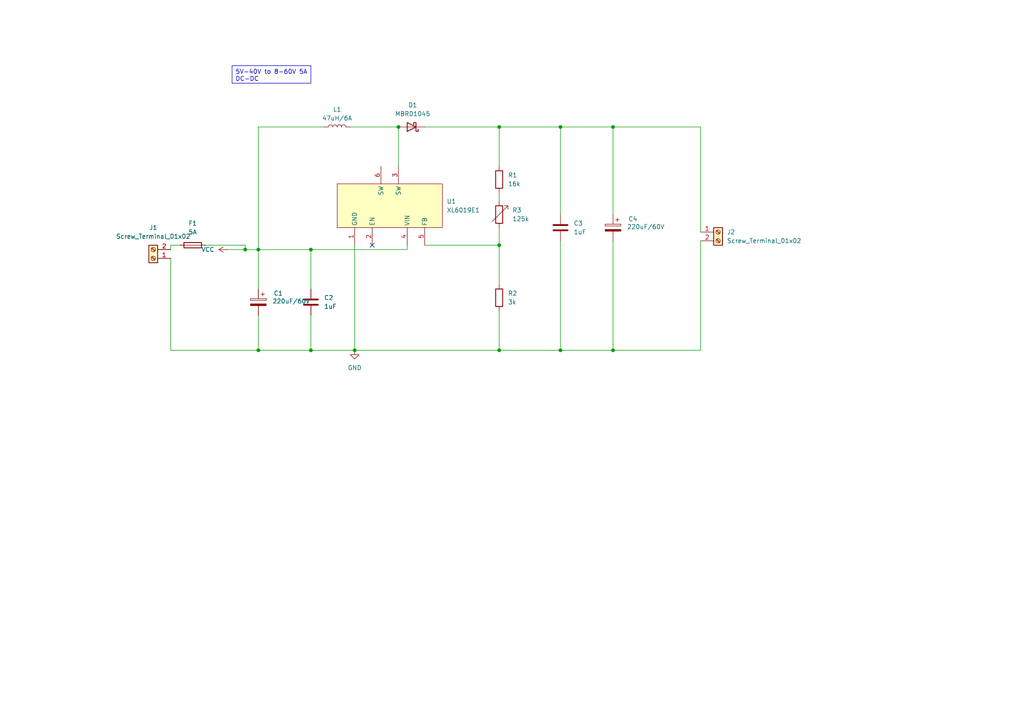
<source format=kicad_sch>
(kicad_sch (version 20231120) (generator "eeschema") (generator_version "8.0")
  (paper "A4")
  (lib_symbols
    (symbol "Connector:Screw_Terminal_01x02" (pin_names (offset 1.016) hide)
      (property "Reference" "J" (at 0 2.54 0))
      (property "Value" "Screw_Terminal_01x02" (at 0 -5.08 0))
      (symbol "Screw_Terminal_01x02_1_1"
        (rectangle (start -1.27 1.27) (end 1.27 -3.81) (stroke (width 0.254)) (fill (type background)))
        (circle (center 0 -2.54) (radius 0.635) (stroke (width 0.1524)))
        (polyline (pts (xy -0.5334 -2.2098) (xy 0.3302 -3.048)) (stroke (width 0.1524)))
        (polyline (pts (xy -0.5334 0.3302) (xy 0.3302 -0.508)) (stroke (width 0.1524)))
        (polyline (pts (xy -0.3556 -2.032) (xy 0.508 -2.8702)) (stroke (width 0.1524)))
        (polyline (pts (xy -0.3556 0.508) (xy 0.508 -0.3302)) (stroke (width 0.1524)))
        (circle (center 0 0) (radius 0.635) (stroke (width 0.1524)))
        (pin passive line (at -5.08 0 0) (length 3.81) (name "Pin_1") (number "1"))
        (pin passive line (at -5.08 -2.54 0) (length 3.81) (name "Pin_2") (number "2"))
      )
    )
    (symbol "Device:C" (pin_numbers hide) (pin_names (offset 0.254))
      (property "Reference" "C" (at 0.635 2.54 0))
      (property "Value" "C" (at 0.635 -2.54 0))
      (symbol "C_0_1"
        (polyline (pts (xy -2.032 -0.762) (xy 2.032 -0.762)) (stroke (width 0.508)))
        (polyline (pts (xy -2.032 0.762) (xy 2.032 0.762)) (stroke (width 0.508)))
      )
      (symbol "C_1_1"
        (pin passive line (at 0 3.81 270) (length 2.794) (name "~") (number "1"))
        (pin passive line (at 0 -3.81 90) (length 2.794) (name "~") (number "2"))
      )
    )
    (symbol "Device:C_Polarized" (pin_numbers hide) (pin_names (offset 0.254))
      (property "Reference" "C" (at 0.635 2.54 0))
      (property "Value" "C_Polarized" (at 0.635 -2.54 0))
      (symbol "C_Polarized_0_1"
        (rectangle (start -2.286 0.508) (end 2.286 1.016))
        (polyline (pts (xy -1.778 2.286) (xy -0.762 2.286)))
        (polyline (pts (xy -1.27 2.794) (xy -1.27 1.778)))
        (rectangle (start 2.286 -0.508) (end -2.286 -1.016) (fill (type outline)))
      )
      (symbol "C_Polarized_1_1"
        (pin passive line (at 0 3.81 270) (length 2.794) (name "~") (number "1"))
        (pin passive line (at 0 -3.81 90) (length 2.794) (name "~") (number "2"))
      )
    )
    (symbol "Device:D_Schottky" (pin_numbers hide) (pin_names (offset 1.016) hide)
      (property "Reference" "D" (at 0 2.54 0))
      (property "Value" "D_Schottky" (at 0 -2.54 0))
      (symbol "D_Schottky_0_1"
        (polyline (pts (xy 1.27 0) (xy -1.27 0)))
        (polyline (pts (xy 1.27 1.27) (xy 1.27 -1.27) (xy -1.27 0) (xy 1.27 1.27)) (stroke (width 0.254)))
        (polyline (pts (xy -1.905 0.635) (xy -1.905 1.27) (xy -1.27 1.27) (xy -1.27 -1.27) (xy -0.635 -1.27) (xy -0.635 -0.635)) (stroke (width 0.254)))
      )
      (symbol "D_Schottky_1_1"
        (pin passive line (at -3.81 0 0) (length 2.54) (name "K") (number "1"))
        (pin passive line (at 3.81 0 180) (length 2.54) (name "A") (number "2"))
      )
    )
    (symbol "Device:Fuse" (pin_numbers hide) (pin_names (offset 0))
      (property "Reference" "F" (at 2.032 0 90))
      (property "Value" "Fuse" (at -1.905 0 90))
      (symbol "Fuse_0_1"
        (rectangle (start -0.762 -2.54) (end 0.762 2.54) (stroke (width 0.254)))
        (polyline (pts (xy 0 2.54) (xy 0 -2.54)))
      )
      (symbol "Fuse_1_1"
        (pin passive line (at 0 3.81 270) (length 1.27) (name "~") (number "1"))
        (pin passive line (at 0 -3.81 90) (length 1.27) (name "~") (number "2"))
      )
    )
    (symbol "Device:L" (pin_numbers hide) (pin_names (offset 1.016) hide)
      (property "Reference" "L" (at -1.27 0 90))
      (property "Value" "L" (at 1.905 0 90))
      (symbol "L_0_1"
        (arc (start 0 -2.54) (mid 0.6323 -1.905) (end 0 -1.27))
        (arc (start 0 -1.27) (mid 0.6323 -0.635) (end 0 0))
        (arc (start 0 0) (mid 0.6323 0.635) (end 0 1.27))
        (arc (start 0 1.27) (mid 0.6323 1.905) (end 0 2.54))
      )
      (symbol "L_1_1"
        (pin passive line (at 0 3.81 270) (length 1.27) (name "1") (number "1"))
        (pin passive line (at 0 -3.81 90) (length 1.27) (name "2") (number "2"))
      )
    )
    (symbol "Device:R" (pin_numbers hide) (pin_names (offset 0))
      (property "Reference" "R" (at 2.032 0 90))
      (property "Value" "R" (at 0 0 90))
      (symbol "R_0_1"
        (rectangle (start -1.016 -2.54) (end 1.016 2.54) (stroke (width 0.254)))
      )
      (symbol "R_1_1"
        (pin passive line (at 0 3.81 270) (length 1.27) (name "~") (number "1"))
        (pin passive line (at 0 -3.81 90) (length 1.27) (name "~") (number "2"))
      )
    )
    (symbol "Device:R_Variable" (pin_numbers hide) (pin_names (offset 0))
      (property "Reference" "R" (at 2.54 -2.54 90))
      (property "Value" "R_Variable" (at -2.54 -1.27 90))
      (symbol "R_Variable_0_1"
        (rectangle (start -1.016 -2.54) (end 1.016 2.54) (stroke (width 0.254)))
        (polyline (pts (xy 2.54 1.524) (xy 2.54 2.54) (xy 1.524 2.54) (xy 2.54 2.54) (xy -2.032 -2.032)))
      )
      (symbol "R_Variable_1_1"
        (pin passive line (at 0 3.81 270) (length 1.27) (name "~") (number "1"))
        (pin passive line (at 0 -3.81 90) (length 1.27) (name "~") (number "2"))
      )
    )
    (symbol "easyeda2kicad:XL6019E1"
      (property "Reference" "U" (at 0 15.24 0))
      (property "Value" "XL6019E1" (at 0 -15.24 0))
      (symbol "XL6019E1_0_1"
        (rectangle (start -6.35 15.24) (end 6.35 -15.24) (fill (type background)))
        (pin unspecified line (at 11.43 -10.16 180) (length 5.08) (name "GND") (number "1"))
        (pin unspecified line (at 11.43 -5.08 180) (length 5.08) (name "EN") (number "2"))
        (pin unspecified line (at -11.43 2.54 0) (length 5.08) (name "SW") (number "3"))
        (pin unspecified line (at 11.43 5.08 180) (length 5.08) (name "VIN") (number "4"))
        (pin unspecified line (at 11.43 10.16 180) (length 5.08) (name "FB") (number "5"))
        (pin unspecified line (at -11.43 -2.54 0) (length 5.08) (name "SW") (number "6"))
      )
    )
    (symbol "power:GND" (power) (pin_numbers hide) (pin_names (offset 0) hide)
      (property "Value" "GND" (at 0 -3.81 0))
      (symbol "GND_0_1"
        (polyline (pts (xy 0 0) (xy 0 -1.27) (xy 1.27 -1.27) (xy 0 -2.54) (xy -1.27 -1.27) (xy 0 -1.27)))
      )
      (symbol "GND_1_1"
        (pin power_in line (at 0 0 270) (length 0) (name "~") (number "1"))
      )
    )
    (symbol "power:VCC" (power) (pin_numbers hide) (pin_names (offset 0) hide)
      (property "Value" "VCC" (at 0 3.556 0))
      (symbol "VCC_0_1"
        (polyline (pts (xy -0.762 1.27) (xy 0 2.54)))
        (polyline (pts (xy 0 0) (xy 0 2.54)))
        (polyline (pts (xy 0 2.54) (xy 0.762 1.27)))
      )
      (symbol "VCC_1_1"
        (pin power_in line (at 0 0 90) (length 0) (name "~") (number "1"))
      )
    )
  )
  (junction (at 90.17 101.6))
  (junction (at 144.78 71.12))
  (junction (at 115.57 36.83))
  (junction (at 162.56 101.6))
  (junction (at 74.93 101.6))
  (junction (at 71.12 72.39))
  (junction (at 90.17 72.39))
  (junction (at 144.78 101.6))
  (junction (at 144.78 36.83))
  (junction (at 177.8 36.83))
  (junction (at 162.56 36.83))
  (junction (at 177.8 101.6))
  (junction (at 74.93 72.39))
  (junction (at 102.87 101.6))
  (no_connect (at 107.95 71.12))
  (wire (pts (xy 144.78 101.6) (xy 162.56 101.6)))
  (wire (pts (xy 49.53 101.6) (xy 74.93 101.6)))
  (wire (pts (xy 71.12 71.12) (xy 59.69 71.12)))
  (wire (pts (xy 118.11 72.39) (xy 118.11 71.12)))
  (wire (pts (xy 144.78 36.83) (xy 162.56 36.83)))
  (wire (pts (xy 90.17 91.44) (xy 90.17 101.6)))
  (wire (pts (xy 90.17 72.39) (xy 90.17 83.82)))
  (wire (pts (xy 90.17 72.39) (xy 118.11 72.39)))
  (wire (pts (xy 162.56 62.23) (xy 162.56 36.83)))
  (wire (pts (xy 101.6 36.83) (xy 115.57 36.83)))
  (wire (pts (xy 203.2 101.6) (xy 177.8 101.6)))
  (wire (pts (xy 162.56 36.83) (xy 177.8 36.83)))
  (wire (pts (xy 177.8 69.85) (xy 177.8 101.6)))
  (wire (pts (xy 115.57 48.26) (xy 115.57 36.83)))
  (wire (pts (xy 49.53 74.93) (xy 49.53 101.6)))
  (wire (pts (xy 93.98 36.83) (xy 74.93 36.83)))
  (wire (pts (xy 71.12 72.39) (xy 74.93 72.39)))
  (wire (pts (xy 74.93 72.39) (xy 74.93 83.82)))
  (wire (pts (xy 102.87 71.12) (xy 102.87 101.6)))
  (wire (pts (xy 90.17 101.6) (xy 102.87 101.6)))
  (wire (pts (xy 144.78 55.88) (xy 144.78 58.42)))
  (wire (pts (xy 102.87 101.6) (xy 144.78 101.6)))
  (wire (pts (xy 144.78 71.12) (xy 144.78 82.55)))
  (wire (pts (xy 123.19 71.12) (xy 144.78 71.12)))
  (wire (pts (xy 203.2 36.83) (xy 203.2 67.31)))
  (wire (pts (xy 74.93 91.44) (xy 74.93 101.6)))
  (wire (pts (xy 144.78 48.26) (xy 144.78 36.83)))
  (wire (pts (xy 203.2 69.85) (xy 203.2 101.6)))
  (wire (pts (xy 71.12 72.39) (xy 71.12 71.12)))
  (wire (pts (xy 177.8 62.23) (xy 177.8 36.83)))
  (wire (pts (xy 52.07 71.12) (xy 49.53 71.12)))
  (wire (pts (xy 144.78 36.83) (xy 123.19 36.83)))
  (wire (pts (xy 144.78 66.04) (xy 144.78 71.12)))
  (wire (pts (xy 74.93 72.39) (xy 90.17 72.39)))
  (wire (pts (xy 66.04 72.39) (xy 71.12 72.39)))
  (wire (pts (xy 74.93 101.6) (xy 90.17 101.6)))
  (wire (pts (xy 49.53 71.12) (xy 49.53 72.39)))
  (wire (pts (xy 74.93 36.83) (xy 74.93 72.39)))
  (wire (pts (xy 177.8 36.83) (xy 203.2 36.83)))
  (wire (pts (xy 162.56 69.85) (xy 162.56 101.6)))
  (wire (pts (xy 144.78 90.17) (xy 144.78 101.6)))
  (wire (pts (xy 162.56 101.6) (xy 177.8 101.6)))
  (text_box "5V-40V to 8-60V 5A DC-DC" (at 67.31 19.05 0) (size 22.86 5.08) (effects (font (size 1.27 1.27)) (justify left top)))
  (symbol (lib_id "Device:D_Schottky") (at 119.38 36.83 180) (unit 1)
    (property "Reference" "D1" (at 119.6975 30.48 0))
    (property "Value" "MBRD1045" (at 119.6975 33.02 0))
    (property "Description" "Schottky diode" (effects (hide yes)))
  )
  (symbol (lib_id "Device:R") (at 144.78 52.07 0) (unit 1)
    (property "Reference" "R1" (at 147.32 50.7999 0) (effects (justify left)))
    (property "Value" "16k" (at 147.32 53.3399 0) (effects (justify left)))
    (property "Description" "Resistor" (effects (hide yes)))
  )
  (symbol (lib_id "easyeda2kicad:XL6019E1") (at 113.03 59.69 270) (unit 1)
    (property "Reference" "U1" (at 129.54 58.4199 90) (effects (justify left)))
    (property "Value" "XL6019E1" (at 129.54 60.9599 90) (effects (justify left)))
    (property "Footprint" "easyeda2kicad:TO-263-5_L10.2-W9.9-P1.70-LS14.4-TL" (effects (hide yes)))
    (property "Datasheet" "https://lcsc.com/product-detail/DC-DC-Converters_XL6019E1_C73018.html" (effects (hide yes)))
    (property "LCSC Part" "C73018" (effects (hide yes)))
  )
  (symbol (lib_id "Device:C") (at 90.17 87.63 0) (unit 1)
    (property "Reference" "C2" (at 93.98 86.3599 0) (effects (justify left)))
    (property "Value" "1uF" (at 93.98 88.8999 0) (effects (justify left)))
    (property "Description" "Unpolarized capacitor" (effects (hide yes)))
  )
  (symbol (lib_id "Device:R_Variable") (at 144.78 62.23 0) (unit 1)
    (property "Reference" "R3" (at 148.59 60.9599 0) (effects (justify left)))
    (property "Value" "125k" (at 148.59 63.4999 0) (effects (justify left)))
    (property "Description" "Variable resistor" (effects (hide yes)))
  )
  (symbol (lib_id "Device:Fuse") (at 55.88 71.12 90) (unit 1)
    (property "Reference" "F1" (at 55.88 64.77 90))
    (property "Value" "5A" (at 55.88 67.31 90))
    (property "Description" "Fuse" (effects (hide yes)))
  )
  (symbol (lib_id "Device:C_Polarized") (at 177.8 66.04 0) (mirror y) (unit 1)
    (property "Reference" "C4" (at 184.912 63.5 0) (effects (justify left)))
    (property "Value" "220uF/60V" (at 192.786 65.786 0) (effects (justify left)))
    (property "Description" "Polarized capacitor" (effects (hide yes)))
  )
  (symbol (lib_id "Connector:Screw_Terminal_01x02") (at 208.28 67.31 0) (unit 1)
    (property "Reference" "J2" (at 210.82 67.3099 0) (effects (justify left)))
    (property "Value" "Screw_Terminal_01x02" (at 210.82 69.8499 0) (effects (justify left)))
    (property "Footprint" "TerminalBlock_Phoenix:TerminalBlock_Phoenix_MKDS-1,5-2-5.08_1x02_P5.08mm_Horizontal" (effects (hide yes)))
    (property "Description" "Generic screw terminal, single row, 01x02, script generated (kicad-library-utils/schlib/autogen/connector/)" (effects (hide yes)))
  )
  (symbol (lib_id "Device:R") (at 144.78 86.36 0) (unit 1)
    (property "Reference" "R2" (at 147.32 85.0899 0) (effects (justify left)))
    (property "Value" "3k" (at 147.32 87.6299 0) (effects (justify left)))
    (property "Description" "Resistor" (effects (hide yes)))
  )
  (symbol (lib_id "power:VCC") (at 66.04 72.39 90) (unit 1)
    (property "Reference" "#PWR02" (effects (hide yes)))
    (property "Value" "VCC" (at 62.23 72.3899 90) (effects (justify left)))
    (property "Description" "Power symbol creates a global label with name \"VCC\"" (effects (hide yes)))
  )
  (symbol (lib_id "power:GND") (at 102.87 101.6 0) (unit 1)
    (property "Reference" "#PWR01" (effects (hide yes)))
    (property "Value" "GND" (at 102.87 106.68 0))
    (property "Description" "Power symbol creates a global label with name \"GND\" , ground" (effects (hide yes)))
  )
  (symbol (lib_id "Connector:Screw_Terminal_01x02") (at 44.45 74.93 180) (unit 1)
    (property "Reference" "J1" (at 44.45 66.04 0))
    (property "Value" "Screw_Terminal_01x02" (at 44.45 68.58 0))
    (property "Footprint" "TerminalBlock_Phoenix:TerminalBlock_Phoenix_MKDS-1,5-2-5.08_1x02_P5.08mm_Horizontal" (effects (hide yes)))
    (property "Description" "Generic screw terminal, single row, 01x02, script generated (kicad-library-utils/schlib/autogen/connector/)" (effects (hide yes)))
  )
  (symbol (lib_id "Device:C") (at 162.56 66.04 0) (unit 1)
    (property "Reference" "C3" (at 166.37 64.7699 0) (effects (justify left)))
    (property "Value" "1uF" (at 166.37 67.3099 0) (effects (justify left)))
    (property "Description" "Unpolarized capacitor" (effects (hide yes)))
  )
  (symbol (lib_id "Device:L") (at 97.79 36.83 90) (unit 1)
    (property "Reference" "L1" (at 97.79 31.75 90))
    (property "Value" "47uH/6A" (at 97.79 34.29 90))
    (property "Description" "Inductor" (effects (hide yes)))
  )
  (symbol (lib_id "Device:C_Polarized") (at 74.93 87.63 0) (mirror y) (unit 1)
    (property "Reference" "C1" (at 82.042 85.09 0) (effects (justify left)))
    (property "Value" "220uF/60V" (at 89.916 87.376 0) (effects (justify left)))
    (property "Description" "Polarized capacitor" (effects (hide yes)))
  )
)
</source>
